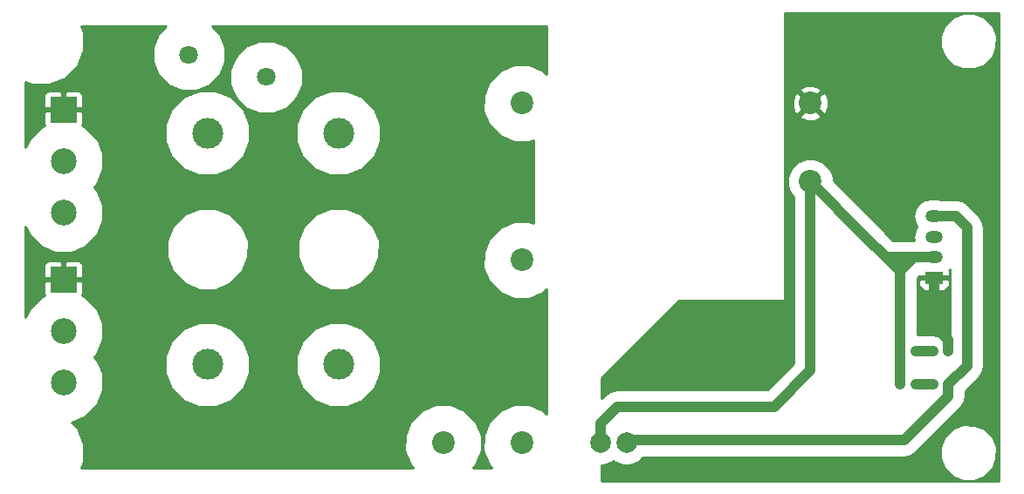
<source format=gtl>
G04 #@! TF.FileFunction,Copper,L1,Top,Signal*
%FSLAX46Y46*%
G04 Gerber Fmt 4.6, Leading zero omitted, Abs format (unit mm)*
G04 Created by KiCad (PCBNEW (2015-12-10 BZR 6367)-product) date Fri 07 Oct 2016 01:04:08 BST*
%MOMM*%
G01*
G04 APERTURE LIST*
%ADD10C,0.100000*%
%ADD11R,1.220000X0.910000*%
%ADD12R,0.797560X0.797560*%
%ADD13C,3.000000*%
%ADD14C,2.000000*%
%ADD15C,2.200000*%
%ADD16C,2.500000*%
%ADD17R,2.500000X2.500000*%
%ADD18R,1.699260X1.198880*%
%ADD19O,1.699260X1.198880*%
%ADD20R,0.500000X0.900000*%
%ADD21C,1.800000*%
%ADD22C,1.024000*%
%ADD23C,0.254000*%
G04 APERTURE END LIST*
D10*
D11*
X105410000Y-80280000D03*
X105410000Y-83550000D03*
D12*
X131330700Y-78105000D03*
X132829300Y-78105000D03*
X131330700Y-74930000D03*
X132829300Y-74930000D03*
D13*
X60960000Y-76200000D03*
X60960000Y-53700000D03*
X73660000Y-76200000D03*
X73660000Y-53700000D03*
D14*
X101600000Y-83820000D03*
X99060000Y-83820000D03*
D15*
X91440000Y-83820000D03*
X83820000Y-83820000D03*
D16*
X46990000Y-61435000D03*
D17*
X46990000Y-51435000D03*
D16*
X46990000Y-56435000D03*
X46990000Y-77945000D03*
D17*
X46990000Y-67945000D03*
D16*
X46990000Y-72945000D03*
D18*
X131445000Y-67772280D03*
D19*
X131445000Y-63769240D03*
X131445000Y-65770760D03*
X131445000Y-61770260D03*
D20*
X128155000Y-78105000D03*
X129655000Y-78105000D03*
X128155000Y-74930000D03*
X129655000Y-74930000D03*
D15*
X91440000Y-66040000D03*
X91440000Y-50800000D03*
X119440000Y-50800000D03*
X119440000Y-58420000D03*
D21*
X66675000Y-48260000D03*
X59175000Y-46060000D03*
D22*
X129540000Y-65770760D02*
X131445000Y-65770760D01*
X128155000Y-67135000D02*
X128155000Y-65770760D01*
X129540000Y-65770760D02*
X128155000Y-65770760D01*
X128155000Y-65770760D02*
X126790760Y-65770760D01*
X129540000Y-65770760D02*
X129519240Y-65770760D01*
X129519240Y-65770760D02*
X128155000Y-67135000D01*
X128155000Y-78105000D02*
X128155000Y-74930000D01*
X128155000Y-74930000D02*
X128155000Y-67135000D01*
X128155000Y-67135000D02*
X126790760Y-65770760D01*
X126790760Y-65770760D02*
X124789240Y-63769240D01*
X119440000Y-58420000D02*
X124789240Y-63769240D01*
X105410000Y-80280000D02*
X115935000Y-80280000D01*
X119440000Y-76775000D02*
X119440000Y-58420000D01*
X115935000Y-80280000D02*
X119440000Y-76775000D01*
X99060000Y-83820000D02*
X99060000Y-81915000D01*
X100695000Y-80280000D02*
X105410000Y-80280000D01*
X99060000Y-81915000D02*
X100695000Y-80280000D01*
X131447540Y-61767720D02*
X133522720Y-61767720D01*
X134620000Y-62865000D02*
X133522720Y-61767720D01*
X134620000Y-76314300D02*
X134620000Y-62865000D01*
X134620000Y-76314300D02*
X132829300Y-78105000D01*
X131447540Y-61767720D02*
X131445000Y-61770260D01*
X105410000Y-83550000D02*
X128540000Y-83550000D01*
X128540000Y-83550000D02*
X132829300Y-79260700D01*
X132829300Y-79260700D02*
X132829300Y-78105000D01*
X101600000Y-83820000D02*
X101870000Y-83550000D01*
X101870000Y-83550000D02*
X105410000Y-83550000D01*
X131330700Y-78105000D02*
X129655000Y-78105000D01*
X131330700Y-74930000D02*
X129655000Y-74930000D01*
X132829300Y-74930000D02*
X132829300Y-73774300D01*
X131445000Y-72390000D02*
X131445000Y-67772280D01*
X132829300Y-73774300D02*
X131445000Y-72390000D01*
D23*
G36*
X56186698Y-44059506D02*
X55648614Y-45355358D01*
X55647389Y-46758486D01*
X56183211Y-48055275D01*
X57174506Y-49048302D01*
X58470358Y-49586386D01*
X59873486Y-49587611D01*
X61170275Y-49051789D01*
X61263741Y-48958486D01*
X63147389Y-48958486D01*
X63683211Y-50255275D01*
X64674506Y-51248302D01*
X65970358Y-51786386D01*
X67373486Y-51787611D01*
X68670275Y-51251789D01*
X69663302Y-50260494D01*
X70201386Y-48964642D01*
X70202611Y-47561514D01*
X69666789Y-46264725D01*
X68675494Y-45271698D01*
X67379642Y-44733614D01*
X65976514Y-44732389D01*
X64679725Y-45268211D01*
X63686698Y-46259506D01*
X63148614Y-47555358D01*
X63147389Y-48958486D01*
X61263741Y-48958486D01*
X62163302Y-48060494D01*
X62701386Y-46764642D01*
X62702611Y-45361514D01*
X62166789Y-44064725D01*
X61445325Y-43342000D01*
X93853000Y-43342000D01*
X93853000Y-47941836D01*
X93553932Y-47642246D01*
X92184598Y-47073649D01*
X90701906Y-47072355D01*
X89331582Y-47638561D01*
X88282246Y-48686068D01*
X87713649Y-50055402D01*
X87712355Y-51538094D01*
X88278561Y-52908418D01*
X89326068Y-53957754D01*
X90695402Y-54526351D01*
X92178094Y-54527645D01*
X92583000Y-54360341D01*
X92583000Y-62479080D01*
X92184598Y-62313649D01*
X90701906Y-62312355D01*
X89331582Y-62878561D01*
X88282246Y-63926068D01*
X87713649Y-65295402D01*
X87712355Y-66778094D01*
X88278561Y-68148418D01*
X89326068Y-69197754D01*
X90695402Y-69766351D01*
X92178094Y-69767645D01*
X93548418Y-69201439D01*
X93853000Y-68897388D01*
X93853000Y-80961836D01*
X93553932Y-80662246D01*
X92184598Y-80093649D01*
X90701906Y-80092355D01*
X89331582Y-80658561D01*
X88282246Y-81706068D01*
X87713649Y-83075402D01*
X87712355Y-84558094D01*
X88278561Y-85928418D01*
X88547673Y-86198000D01*
X86713225Y-86198000D01*
X86977754Y-85933932D01*
X87546351Y-84564598D01*
X87547645Y-83081906D01*
X86981439Y-81711582D01*
X85933932Y-80662246D01*
X84564598Y-80093649D01*
X83081906Y-80092355D01*
X81711582Y-80658561D01*
X80662246Y-81706068D01*
X80093649Y-83075402D01*
X80092355Y-84558094D01*
X80658561Y-85928418D01*
X80927673Y-86198000D01*
X48753971Y-86198000D01*
X48996265Y-85614491D01*
X48997732Y-83932886D01*
X48355566Y-82378725D01*
X47788019Y-81810186D01*
X49183275Y-81233677D01*
X50274844Y-80144012D01*
X50866326Y-78719566D01*
X50867672Y-77177200D01*
X50801607Y-77017310D01*
X56832285Y-77017310D01*
X57459259Y-78534704D01*
X58619190Y-79696660D01*
X60135487Y-80326282D01*
X61777310Y-80327715D01*
X63294704Y-79700741D01*
X64456660Y-78540810D01*
X65086282Y-77024513D01*
X65086288Y-77017310D01*
X69532285Y-77017310D01*
X70159259Y-78534704D01*
X71319190Y-79696660D01*
X72835487Y-80326282D01*
X74477310Y-80327715D01*
X75994704Y-79700741D01*
X77156660Y-78540810D01*
X77786282Y-77024513D01*
X77787715Y-75382690D01*
X77160741Y-73865296D01*
X76000810Y-72703340D01*
X74484513Y-72073718D01*
X72842690Y-72072285D01*
X71325296Y-72699259D01*
X70163340Y-73859190D01*
X69533718Y-75375487D01*
X69532285Y-77017310D01*
X65086288Y-77017310D01*
X65087715Y-75382690D01*
X64460741Y-73865296D01*
X63300810Y-72703340D01*
X61784513Y-72073718D01*
X60142690Y-72072285D01*
X58625296Y-72699259D01*
X57463340Y-73859190D01*
X56833718Y-75375487D01*
X56832285Y-77017310D01*
X50801607Y-77017310D01*
X50278677Y-75751725D01*
X49972908Y-75445422D01*
X50274844Y-75144012D01*
X50866326Y-73719566D01*
X50867672Y-72177200D01*
X50278677Y-70751725D01*
X49189012Y-69660156D01*
X48801326Y-69499174D01*
X48875000Y-69321309D01*
X48875000Y-68230750D01*
X48716250Y-68072000D01*
X47117000Y-68072000D01*
X47117000Y-68092000D01*
X46863000Y-68092000D01*
X46863000Y-68072000D01*
X45263750Y-68072000D01*
X45105000Y-68230750D01*
X45105000Y-69321309D01*
X45178437Y-69498602D01*
X44796725Y-69656323D01*
X43705156Y-70745988D01*
X43342000Y-71620564D01*
X43342000Y-66568691D01*
X45105000Y-66568691D01*
X45105000Y-67659250D01*
X45263750Y-67818000D01*
X46863000Y-67818000D01*
X46863000Y-66218750D01*
X47117000Y-66218750D01*
X47117000Y-67818000D01*
X48716250Y-67818000D01*
X48875000Y-67659250D01*
X48875000Y-66568691D01*
X48778327Y-66335302D01*
X48599699Y-66156673D01*
X48366310Y-66060000D01*
X47275750Y-66060000D01*
X47117000Y-66218750D01*
X46863000Y-66218750D01*
X46704250Y-66060000D01*
X45613690Y-66060000D01*
X45380301Y-66156673D01*
X45201673Y-66335302D01*
X45105000Y-66568691D01*
X43342000Y-66568691D01*
X43342000Y-65737604D01*
X56982311Y-65737604D01*
X57586498Y-67199846D01*
X58704269Y-68319571D01*
X60165455Y-68926308D01*
X61747604Y-68927689D01*
X63209846Y-68323502D01*
X64329571Y-67205731D01*
X64936308Y-65744545D01*
X64936314Y-65737604D01*
X69682311Y-65737604D01*
X70286498Y-67199846D01*
X71404269Y-68319571D01*
X72865455Y-68926308D01*
X74447604Y-68927689D01*
X75909846Y-68323502D01*
X77029571Y-67205731D01*
X77636308Y-65744545D01*
X77637689Y-64162396D01*
X77033502Y-62700154D01*
X75915731Y-61580429D01*
X74454545Y-60973692D01*
X72872396Y-60972311D01*
X71410154Y-61576498D01*
X70290429Y-62694269D01*
X69683692Y-64155455D01*
X69682311Y-65737604D01*
X64936314Y-65737604D01*
X64937689Y-64162396D01*
X64333502Y-62700154D01*
X63215731Y-61580429D01*
X61754545Y-60973692D01*
X60172396Y-60972311D01*
X58710154Y-61576498D01*
X57590429Y-62694269D01*
X56983692Y-64155455D01*
X56982311Y-65737604D01*
X43342000Y-65737604D01*
X43342000Y-62758648D01*
X43701323Y-63628275D01*
X44790988Y-64719844D01*
X46215434Y-65311326D01*
X47757800Y-65312672D01*
X49183275Y-64723677D01*
X50274844Y-63634012D01*
X50866326Y-62209566D01*
X50867672Y-60667200D01*
X50278677Y-59241725D01*
X49972908Y-58935422D01*
X50274844Y-58634012D01*
X50866326Y-57209566D01*
X50867672Y-55667200D01*
X50392547Y-54517310D01*
X56832285Y-54517310D01*
X57459259Y-56034704D01*
X58619190Y-57196660D01*
X60135487Y-57826282D01*
X61777310Y-57827715D01*
X63294704Y-57200741D01*
X64456660Y-56040810D01*
X65086282Y-54524513D01*
X65086288Y-54517310D01*
X69532285Y-54517310D01*
X70159259Y-56034704D01*
X71319190Y-57196660D01*
X72835487Y-57826282D01*
X74477310Y-57827715D01*
X75994704Y-57200741D01*
X77156660Y-56040810D01*
X77786282Y-54524513D01*
X77787715Y-52882690D01*
X77160741Y-51365296D01*
X76000810Y-50203340D01*
X74484513Y-49573718D01*
X72842690Y-49572285D01*
X71325296Y-50199259D01*
X70163340Y-51359190D01*
X69533718Y-52875487D01*
X69532285Y-54517310D01*
X65086288Y-54517310D01*
X65087715Y-52882690D01*
X64460741Y-51365296D01*
X63300810Y-50203340D01*
X61784513Y-49573718D01*
X60142690Y-49572285D01*
X58625296Y-50199259D01*
X57463340Y-51359190D01*
X56833718Y-52875487D01*
X56832285Y-54517310D01*
X50392547Y-54517310D01*
X50278677Y-54241725D01*
X49189012Y-53150156D01*
X48801326Y-52989174D01*
X48875000Y-52811309D01*
X48875000Y-51720750D01*
X48716250Y-51562000D01*
X47117000Y-51562000D01*
X47117000Y-51582000D01*
X46863000Y-51582000D01*
X46863000Y-51562000D01*
X45263750Y-51562000D01*
X45105000Y-51720750D01*
X45105000Y-52811309D01*
X45178437Y-52988602D01*
X44796725Y-53146323D01*
X43705156Y-54235988D01*
X43342000Y-55110564D01*
X43342000Y-50058691D01*
X45105000Y-50058691D01*
X45105000Y-51149250D01*
X45263750Y-51308000D01*
X46863000Y-51308000D01*
X46863000Y-49708750D01*
X47117000Y-49708750D01*
X47117000Y-51308000D01*
X48716250Y-51308000D01*
X48875000Y-51149250D01*
X48875000Y-50058691D01*
X48778327Y-49825302D01*
X48599699Y-49646673D01*
X48366310Y-49550000D01*
X47275750Y-49550000D01*
X47117000Y-49708750D01*
X46863000Y-49708750D01*
X46704250Y-49550000D01*
X45613690Y-49550000D01*
X45380301Y-49646673D01*
X45201673Y-49825302D01*
X45105000Y-50058691D01*
X43342000Y-50058691D01*
X43342000Y-48753971D01*
X43925509Y-48996265D01*
X45607114Y-48997732D01*
X47161275Y-48355566D01*
X48351387Y-47167530D01*
X48996265Y-45614491D01*
X48997732Y-43932886D01*
X48753583Y-43342000D01*
X56905458Y-43342000D01*
X56186698Y-44059506D01*
X56186698Y-44059506D01*
G37*
X56186698Y-44059506D02*
X55648614Y-45355358D01*
X55647389Y-46758486D01*
X56183211Y-48055275D01*
X57174506Y-49048302D01*
X58470358Y-49586386D01*
X59873486Y-49587611D01*
X61170275Y-49051789D01*
X61263741Y-48958486D01*
X63147389Y-48958486D01*
X63683211Y-50255275D01*
X64674506Y-51248302D01*
X65970358Y-51786386D01*
X67373486Y-51787611D01*
X68670275Y-51251789D01*
X69663302Y-50260494D01*
X70201386Y-48964642D01*
X70202611Y-47561514D01*
X69666789Y-46264725D01*
X68675494Y-45271698D01*
X67379642Y-44733614D01*
X65976514Y-44732389D01*
X64679725Y-45268211D01*
X63686698Y-46259506D01*
X63148614Y-47555358D01*
X63147389Y-48958486D01*
X61263741Y-48958486D01*
X62163302Y-48060494D01*
X62701386Y-46764642D01*
X62702611Y-45361514D01*
X62166789Y-44064725D01*
X61445325Y-43342000D01*
X93853000Y-43342000D01*
X93853000Y-47941836D01*
X93553932Y-47642246D01*
X92184598Y-47073649D01*
X90701906Y-47072355D01*
X89331582Y-47638561D01*
X88282246Y-48686068D01*
X87713649Y-50055402D01*
X87712355Y-51538094D01*
X88278561Y-52908418D01*
X89326068Y-53957754D01*
X90695402Y-54526351D01*
X92178094Y-54527645D01*
X92583000Y-54360341D01*
X92583000Y-62479080D01*
X92184598Y-62313649D01*
X90701906Y-62312355D01*
X89331582Y-62878561D01*
X88282246Y-63926068D01*
X87713649Y-65295402D01*
X87712355Y-66778094D01*
X88278561Y-68148418D01*
X89326068Y-69197754D01*
X90695402Y-69766351D01*
X92178094Y-69767645D01*
X93548418Y-69201439D01*
X93853000Y-68897388D01*
X93853000Y-80961836D01*
X93553932Y-80662246D01*
X92184598Y-80093649D01*
X90701906Y-80092355D01*
X89331582Y-80658561D01*
X88282246Y-81706068D01*
X87713649Y-83075402D01*
X87712355Y-84558094D01*
X88278561Y-85928418D01*
X88547673Y-86198000D01*
X86713225Y-86198000D01*
X86977754Y-85933932D01*
X87546351Y-84564598D01*
X87547645Y-83081906D01*
X86981439Y-81711582D01*
X85933932Y-80662246D01*
X84564598Y-80093649D01*
X83081906Y-80092355D01*
X81711582Y-80658561D01*
X80662246Y-81706068D01*
X80093649Y-83075402D01*
X80092355Y-84558094D01*
X80658561Y-85928418D01*
X80927673Y-86198000D01*
X48753971Y-86198000D01*
X48996265Y-85614491D01*
X48997732Y-83932886D01*
X48355566Y-82378725D01*
X47788019Y-81810186D01*
X49183275Y-81233677D01*
X50274844Y-80144012D01*
X50866326Y-78719566D01*
X50867672Y-77177200D01*
X50801607Y-77017310D01*
X56832285Y-77017310D01*
X57459259Y-78534704D01*
X58619190Y-79696660D01*
X60135487Y-80326282D01*
X61777310Y-80327715D01*
X63294704Y-79700741D01*
X64456660Y-78540810D01*
X65086282Y-77024513D01*
X65086288Y-77017310D01*
X69532285Y-77017310D01*
X70159259Y-78534704D01*
X71319190Y-79696660D01*
X72835487Y-80326282D01*
X74477310Y-80327715D01*
X75994704Y-79700741D01*
X77156660Y-78540810D01*
X77786282Y-77024513D01*
X77787715Y-75382690D01*
X77160741Y-73865296D01*
X76000810Y-72703340D01*
X74484513Y-72073718D01*
X72842690Y-72072285D01*
X71325296Y-72699259D01*
X70163340Y-73859190D01*
X69533718Y-75375487D01*
X69532285Y-77017310D01*
X65086288Y-77017310D01*
X65087715Y-75382690D01*
X64460741Y-73865296D01*
X63300810Y-72703340D01*
X61784513Y-72073718D01*
X60142690Y-72072285D01*
X58625296Y-72699259D01*
X57463340Y-73859190D01*
X56833718Y-75375487D01*
X56832285Y-77017310D01*
X50801607Y-77017310D01*
X50278677Y-75751725D01*
X49972908Y-75445422D01*
X50274844Y-75144012D01*
X50866326Y-73719566D01*
X50867672Y-72177200D01*
X50278677Y-70751725D01*
X49189012Y-69660156D01*
X48801326Y-69499174D01*
X48875000Y-69321309D01*
X48875000Y-68230750D01*
X48716250Y-68072000D01*
X47117000Y-68072000D01*
X47117000Y-68092000D01*
X46863000Y-68092000D01*
X46863000Y-68072000D01*
X45263750Y-68072000D01*
X45105000Y-68230750D01*
X45105000Y-69321309D01*
X45178437Y-69498602D01*
X44796725Y-69656323D01*
X43705156Y-70745988D01*
X43342000Y-71620564D01*
X43342000Y-66568691D01*
X45105000Y-66568691D01*
X45105000Y-67659250D01*
X45263750Y-67818000D01*
X46863000Y-67818000D01*
X46863000Y-66218750D01*
X47117000Y-66218750D01*
X47117000Y-67818000D01*
X48716250Y-67818000D01*
X48875000Y-67659250D01*
X48875000Y-66568691D01*
X48778327Y-66335302D01*
X48599699Y-66156673D01*
X48366310Y-66060000D01*
X47275750Y-66060000D01*
X47117000Y-66218750D01*
X46863000Y-66218750D01*
X46704250Y-66060000D01*
X45613690Y-66060000D01*
X45380301Y-66156673D01*
X45201673Y-66335302D01*
X45105000Y-66568691D01*
X43342000Y-66568691D01*
X43342000Y-65737604D01*
X56982311Y-65737604D01*
X57586498Y-67199846D01*
X58704269Y-68319571D01*
X60165455Y-68926308D01*
X61747604Y-68927689D01*
X63209846Y-68323502D01*
X64329571Y-67205731D01*
X64936308Y-65744545D01*
X64936314Y-65737604D01*
X69682311Y-65737604D01*
X70286498Y-67199846D01*
X71404269Y-68319571D01*
X72865455Y-68926308D01*
X74447604Y-68927689D01*
X75909846Y-68323502D01*
X77029571Y-67205731D01*
X77636308Y-65744545D01*
X77637689Y-64162396D01*
X77033502Y-62700154D01*
X75915731Y-61580429D01*
X74454545Y-60973692D01*
X72872396Y-60972311D01*
X71410154Y-61576498D01*
X70290429Y-62694269D01*
X69683692Y-64155455D01*
X69682311Y-65737604D01*
X64936314Y-65737604D01*
X64937689Y-64162396D01*
X64333502Y-62700154D01*
X63215731Y-61580429D01*
X61754545Y-60973692D01*
X60172396Y-60972311D01*
X58710154Y-61576498D01*
X57590429Y-62694269D01*
X56983692Y-64155455D01*
X56982311Y-65737604D01*
X43342000Y-65737604D01*
X43342000Y-62758648D01*
X43701323Y-63628275D01*
X44790988Y-64719844D01*
X46215434Y-65311326D01*
X47757800Y-65312672D01*
X49183275Y-64723677D01*
X50274844Y-63634012D01*
X50866326Y-62209566D01*
X50867672Y-60667200D01*
X50278677Y-59241725D01*
X49972908Y-58935422D01*
X50274844Y-58634012D01*
X50866326Y-57209566D01*
X50867672Y-55667200D01*
X50392547Y-54517310D01*
X56832285Y-54517310D01*
X57459259Y-56034704D01*
X58619190Y-57196660D01*
X60135487Y-57826282D01*
X61777310Y-57827715D01*
X63294704Y-57200741D01*
X64456660Y-56040810D01*
X65086282Y-54524513D01*
X65086288Y-54517310D01*
X69532285Y-54517310D01*
X70159259Y-56034704D01*
X71319190Y-57196660D01*
X72835487Y-57826282D01*
X74477310Y-57827715D01*
X75994704Y-57200741D01*
X77156660Y-56040810D01*
X77786282Y-54524513D01*
X77787715Y-52882690D01*
X77160741Y-51365296D01*
X76000810Y-50203340D01*
X74484513Y-49573718D01*
X72842690Y-49572285D01*
X71325296Y-50199259D01*
X70163340Y-51359190D01*
X69533718Y-52875487D01*
X69532285Y-54517310D01*
X65086288Y-54517310D01*
X65087715Y-52882690D01*
X64460741Y-51365296D01*
X63300810Y-50203340D01*
X61784513Y-49573718D01*
X60142690Y-49572285D01*
X58625296Y-50199259D01*
X57463340Y-51359190D01*
X56833718Y-52875487D01*
X56832285Y-54517310D01*
X50392547Y-54517310D01*
X50278677Y-54241725D01*
X49189012Y-53150156D01*
X48801326Y-52989174D01*
X48875000Y-52811309D01*
X48875000Y-51720750D01*
X48716250Y-51562000D01*
X47117000Y-51562000D01*
X47117000Y-51582000D01*
X46863000Y-51582000D01*
X46863000Y-51562000D01*
X45263750Y-51562000D01*
X45105000Y-51720750D01*
X45105000Y-52811309D01*
X45178437Y-52988602D01*
X44796725Y-53146323D01*
X43705156Y-54235988D01*
X43342000Y-55110564D01*
X43342000Y-50058691D01*
X45105000Y-50058691D01*
X45105000Y-51149250D01*
X45263750Y-51308000D01*
X46863000Y-51308000D01*
X46863000Y-49708750D01*
X47117000Y-49708750D01*
X47117000Y-51308000D01*
X48716250Y-51308000D01*
X48875000Y-51149250D01*
X48875000Y-50058691D01*
X48778327Y-49825302D01*
X48599699Y-49646673D01*
X48366310Y-49550000D01*
X47275750Y-49550000D01*
X47117000Y-49708750D01*
X46863000Y-49708750D01*
X46704250Y-49550000D01*
X45613690Y-49550000D01*
X45380301Y-49646673D01*
X45201673Y-49825302D01*
X45105000Y-50058691D01*
X43342000Y-50058691D01*
X43342000Y-48753971D01*
X43925509Y-48996265D01*
X45607114Y-48997732D01*
X47161275Y-48355566D01*
X48351387Y-47167530D01*
X48996265Y-45614491D01*
X48997732Y-43932886D01*
X48753583Y-43342000D01*
X56905458Y-43342000D01*
X56186698Y-44059506D01*
G36*
X137668000Y-87503000D02*
X99187000Y-87503000D01*
X99187000Y-85947111D01*
X99481230Y-85947368D01*
X100263274Y-85624234D01*
X100329591Y-85558032D01*
X100393578Y-85622131D01*
X101175057Y-85946630D01*
X102021230Y-85947368D01*
X102803274Y-85624234D01*
X103118003Y-85310054D01*
X132042528Y-85310054D01*
X132456814Y-86312703D01*
X133223262Y-87080490D01*
X134225186Y-87496526D01*
X135310054Y-87497472D01*
X136312703Y-87083186D01*
X137080490Y-86316738D01*
X137496526Y-85314814D01*
X137497472Y-84229946D01*
X137083186Y-83227297D01*
X136316738Y-82459510D01*
X135314814Y-82043474D01*
X134229946Y-82042528D01*
X133227297Y-82456814D01*
X132459510Y-83223262D01*
X132043474Y-84225186D01*
X132042528Y-85310054D01*
X103118003Y-85310054D01*
X103239269Y-85189000D01*
X128540000Y-85189000D01*
X129167219Y-85064239D01*
X129698948Y-84708948D01*
X133988248Y-80419648D01*
X134343539Y-79887919D01*
X134468300Y-79260700D01*
X134468300Y-78783896D01*
X135778948Y-77473248D01*
X136134239Y-76941519D01*
X136259000Y-76314300D01*
X136259000Y-62865000D01*
X136196037Y-62548463D01*
X136134239Y-62237781D01*
X135778948Y-61706052D01*
X134681668Y-60608772D01*
X134149939Y-60253481D01*
X133522720Y-60128720D01*
X132160736Y-60128720D01*
X131733914Y-60043820D01*
X131156086Y-60043820D01*
X130495406Y-60175237D01*
X129935309Y-60549483D01*
X129561063Y-61109580D01*
X129429646Y-61770260D01*
X129561063Y-62430940D01*
X129787449Y-62769750D01*
X129561063Y-63108560D01*
X129429646Y-63769240D01*
X129501755Y-64131760D01*
X127469656Y-64131760D01*
X121667080Y-58329184D01*
X121667386Y-57978966D01*
X121329060Y-57160154D01*
X120703142Y-56533142D01*
X119884921Y-56193387D01*
X118998966Y-56192614D01*
X118180154Y-56530940D01*
X117553142Y-57156858D01*
X117213387Y-57975079D01*
X117212614Y-58861034D01*
X117550940Y-59679846D01*
X117801000Y-59930343D01*
X117801000Y-76096104D01*
X115256104Y-78641000D01*
X100695000Y-78641000D01*
X100067781Y-78765761D01*
X99536052Y-79121052D01*
X99187000Y-79470104D01*
X99187000Y-77522606D01*
X106732606Y-69977000D01*
X116840000Y-69977000D01*
X116889410Y-69966994D01*
X116931035Y-69938553D01*
X116958315Y-69896159D01*
X116967000Y-69850000D01*
X116967000Y-52024868D01*
X118394737Y-52024868D01*
X118505641Y-52302099D01*
X119151593Y-52545323D01*
X119841453Y-52522836D01*
X120374359Y-52302099D01*
X120485263Y-52024868D01*
X119440000Y-50979605D01*
X118394737Y-52024868D01*
X116967000Y-52024868D01*
X116967000Y-50511593D01*
X117694677Y-50511593D01*
X117717164Y-51201453D01*
X117937901Y-51734359D01*
X118215132Y-51845263D01*
X119260395Y-50800000D01*
X119619605Y-50800000D01*
X120664868Y-51845263D01*
X120942099Y-51734359D01*
X121185323Y-51088407D01*
X121162836Y-50398547D01*
X120942099Y-49865641D01*
X120664868Y-49754737D01*
X119619605Y-50800000D01*
X119260395Y-50800000D01*
X118215132Y-49754737D01*
X117937901Y-49865641D01*
X117694677Y-50511593D01*
X116967000Y-50511593D01*
X116967000Y-49575132D01*
X118394737Y-49575132D01*
X119440000Y-50620395D01*
X120485263Y-49575132D01*
X120374359Y-49297901D01*
X119728407Y-49054677D01*
X119038547Y-49077164D01*
X118505641Y-49297901D01*
X118394737Y-49575132D01*
X116967000Y-49575132D01*
X116967000Y-45310054D01*
X132042528Y-45310054D01*
X132456814Y-46312703D01*
X133223262Y-47080490D01*
X134225186Y-47496526D01*
X135310054Y-47497472D01*
X136312703Y-47083186D01*
X137080490Y-46316738D01*
X137496526Y-45314814D01*
X137497472Y-44229946D01*
X137083186Y-43227297D01*
X136316738Y-42459510D01*
X135314814Y-42043474D01*
X134229946Y-42042528D01*
X133227297Y-42456814D01*
X132459510Y-43223262D01*
X132043474Y-44225186D01*
X132042528Y-45310054D01*
X116967000Y-45310054D01*
X116967000Y-42037000D01*
X137668000Y-42037000D01*
X137668000Y-87503000D01*
X137668000Y-87503000D01*
G37*
X137668000Y-87503000D02*
X99187000Y-87503000D01*
X99187000Y-85947111D01*
X99481230Y-85947368D01*
X100263274Y-85624234D01*
X100329591Y-85558032D01*
X100393578Y-85622131D01*
X101175057Y-85946630D01*
X102021230Y-85947368D01*
X102803274Y-85624234D01*
X103118003Y-85310054D01*
X132042528Y-85310054D01*
X132456814Y-86312703D01*
X133223262Y-87080490D01*
X134225186Y-87496526D01*
X135310054Y-87497472D01*
X136312703Y-87083186D01*
X137080490Y-86316738D01*
X137496526Y-85314814D01*
X137497472Y-84229946D01*
X137083186Y-83227297D01*
X136316738Y-82459510D01*
X135314814Y-82043474D01*
X134229946Y-82042528D01*
X133227297Y-82456814D01*
X132459510Y-83223262D01*
X132043474Y-84225186D01*
X132042528Y-85310054D01*
X103118003Y-85310054D01*
X103239269Y-85189000D01*
X128540000Y-85189000D01*
X129167219Y-85064239D01*
X129698948Y-84708948D01*
X133988248Y-80419648D01*
X134343539Y-79887919D01*
X134468300Y-79260700D01*
X134468300Y-78783896D01*
X135778948Y-77473248D01*
X136134239Y-76941519D01*
X136259000Y-76314300D01*
X136259000Y-62865000D01*
X136196037Y-62548463D01*
X136134239Y-62237781D01*
X135778948Y-61706052D01*
X134681668Y-60608772D01*
X134149939Y-60253481D01*
X133522720Y-60128720D01*
X132160736Y-60128720D01*
X131733914Y-60043820D01*
X131156086Y-60043820D01*
X130495406Y-60175237D01*
X129935309Y-60549483D01*
X129561063Y-61109580D01*
X129429646Y-61770260D01*
X129561063Y-62430940D01*
X129787449Y-62769750D01*
X129561063Y-63108560D01*
X129429646Y-63769240D01*
X129501755Y-64131760D01*
X127469656Y-64131760D01*
X121667080Y-58329184D01*
X121667386Y-57978966D01*
X121329060Y-57160154D01*
X120703142Y-56533142D01*
X119884921Y-56193387D01*
X118998966Y-56192614D01*
X118180154Y-56530940D01*
X117553142Y-57156858D01*
X117213387Y-57975079D01*
X117212614Y-58861034D01*
X117550940Y-59679846D01*
X117801000Y-59930343D01*
X117801000Y-76096104D01*
X115256104Y-78641000D01*
X100695000Y-78641000D01*
X100067781Y-78765761D01*
X99536052Y-79121052D01*
X99187000Y-79470104D01*
X99187000Y-77522606D01*
X106732606Y-69977000D01*
X116840000Y-69977000D01*
X116889410Y-69966994D01*
X116931035Y-69938553D01*
X116958315Y-69896159D01*
X116967000Y-69850000D01*
X116967000Y-52024868D01*
X118394737Y-52024868D01*
X118505641Y-52302099D01*
X119151593Y-52545323D01*
X119841453Y-52522836D01*
X120374359Y-52302099D01*
X120485263Y-52024868D01*
X119440000Y-50979605D01*
X118394737Y-52024868D01*
X116967000Y-52024868D01*
X116967000Y-50511593D01*
X117694677Y-50511593D01*
X117717164Y-51201453D01*
X117937901Y-51734359D01*
X118215132Y-51845263D01*
X119260395Y-50800000D01*
X119619605Y-50800000D01*
X120664868Y-51845263D01*
X120942099Y-51734359D01*
X121185323Y-51088407D01*
X121162836Y-50398547D01*
X120942099Y-49865641D01*
X120664868Y-49754737D01*
X119619605Y-50800000D01*
X119260395Y-50800000D01*
X118215132Y-49754737D01*
X117937901Y-49865641D01*
X117694677Y-50511593D01*
X116967000Y-50511593D01*
X116967000Y-49575132D01*
X118394737Y-49575132D01*
X119440000Y-50620395D01*
X120485263Y-49575132D01*
X120374359Y-49297901D01*
X119728407Y-49054677D01*
X119038547Y-49077164D01*
X118505641Y-49297901D01*
X118394737Y-49575132D01*
X116967000Y-49575132D01*
X116967000Y-45310054D01*
X132042528Y-45310054D01*
X132456814Y-46312703D01*
X133223262Y-47080490D01*
X134225186Y-47496526D01*
X135310054Y-47497472D01*
X136312703Y-47083186D01*
X137080490Y-46316738D01*
X137496526Y-45314814D01*
X137497472Y-44229946D01*
X137083186Y-43227297D01*
X136316738Y-42459510D01*
X135314814Y-42043474D01*
X134229946Y-42042528D01*
X133227297Y-42456814D01*
X132459510Y-43223262D01*
X132043474Y-44225186D01*
X132042528Y-45310054D01*
X116967000Y-45310054D01*
X116967000Y-42037000D01*
X137668000Y-42037000D01*
X137668000Y-87503000D01*
G36*
X132981000Y-74030270D02*
X132956300Y-74054970D01*
X132956300Y-74803000D01*
X132976300Y-74803000D01*
X132976300Y-75057000D01*
X132956300Y-75057000D01*
X132956300Y-75077000D01*
X132940460Y-75077000D01*
X132969700Y-74930000D01*
X132844939Y-74302782D01*
X132831905Y-74283275D01*
X132799974Y-74113579D01*
X132553149Y-73730001D01*
X132176536Y-73472672D01*
X131985061Y-73433897D01*
X131957918Y-73415761D01*
X131330700Y-73291000D01*
X129794000Y-73291000D01*
X129794000Y-68058030D01*
X129960370Y-68058030D01*
X129960370Y-68498029D01*
X130057043Y-68731418D01*
X130235671Y-68910047D01*
X130469060Y-69006720D01*
X131159250Y-69006720D01*
X131318000Y-68847970D01*
X131318000Y-67899280D01*
X131572000Y-67899280D01*
X131572000Y-68847970D01*
X131730750Y-69006720D01*
X132420940Y-69006720D01*
X132654329Y-68910047D01*
X132832957Y-68731418D01*
X132929630Y-68498029D01*
X132929630Y-68058030D01*
X132770880Y-67899280D01*
X131572000Y-67899280D01*
X131318000Y-67899280D01*
X130119120Y-67899280D01*
X129960370Y-68058030D01*
X129794000Y-68058030D01*
X129794000Y-67813896D01*
X130040868Y-67567028D01*
X130119120Y-67645280D01*
X131318000Y-67645280D01*
X131318000Y-67625280D01*
X131572000Y-67625280D01*
X131572000Y-67645280D01*
X132770880Y-67645280D01*
X132929630Y-67486530D01*
X132929630Y-67046531D01*
X132917221Y-67016574D01*
X132954691Y-66991537D01*
X132981000Y-66952163D01*
X132981000Y-74030270D01*
X132981000Y-74030270D01*
G37*
X132981000Y-74030270D02*
X132956300Y-74054970D01*
X132956300Y-74803000D01*
X132976300Y-74803000D01*
X132976300Y-75057000D01*
X132956300Y-75057000D01*
X132956300Y-75077000D01*
X132940460Y-75077000D01*
X132969700Y-74930000D01*
X132844939Y-74302782D01*
X132831905Y-74283275D01*
X132799974Y-74113579D01*
X132553149Y-73730001D01*
X132176536Y-73472672D01*
X131985061Y-73433897D01*
X131957918Y-73415761D01*
X131330700Y-73291000D01*
X129794000Y-73291000D01*
X129794000Y-68058030D01*
X129960370Y-68058030D01*
X129960370Y-68498029D01*
X130057043Y-68731418D01*
X130235671Y-68910047D01*
X130469060Y-69006720D01*
X131159250Y-69006720D01*
X131318000Y-68847970D01*
X131318000Y-67899280D01*
X131572000Y-67899280D01*
X131572000Y-68847970D01*
X131730750Y-69006720D01*
X132420940Y-69006720D01*
X132654329Y-68910047D01*
X132832957Y-68731418D01*
X132929630Y-68498029D01*
X132929630Y-68058030D01*
X132770880Y-67899280D01*
X131572000Y-67899280D01*
X131318000Y-67899280D01*
X130119120Y-67899280D01*
X129960370Y-68058030D01*
X129794000Y-68058030D01*
X129794000Y-67813896D01*
X130040868Y-67567028D01*
X130119120Y-67645280D01*
X131318000Y-67645280D01*
X131318000Y-67625280D01*
X131572000Y-67625280D01*
X131572000Y-67645280D01*
X132770880Y-67645280D01*
X132929630Y-67486530D01*
X132929630Y-67046531D01*
X132917221Y-67016574D01*
X132954691Y-66991537D01*
X132981000Y-66952163D01*
X132981000Y-74030270D01*
M02*

</source>
